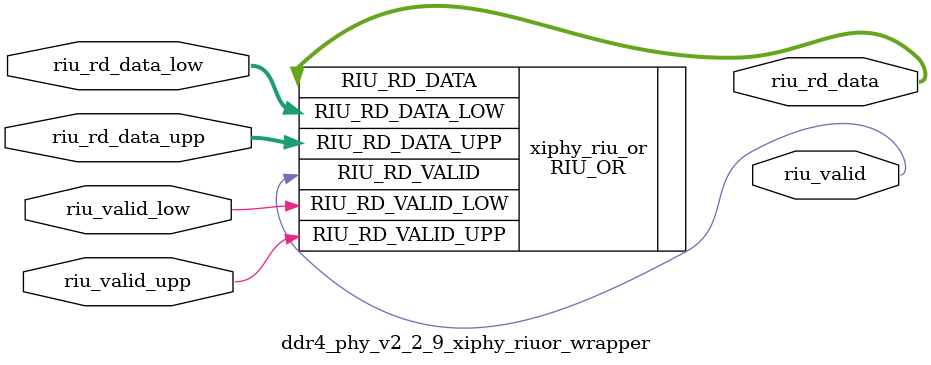
<source format=sv>

`timescale 1ps / 1ps

module ddr4_phy_v2_2_9_xiphy_riuor_wrapper # (
   parameter           SIM_DEVICE            = "ULTRASCALE"
) (
  input  [15:0]  riu_rd_data_low,    // Lower nibble RIU rd_data 
  input  [15:0]  riu_rd_data_upp,    // Upper nibble RIU rd_data 
  input          riu_valid_low,      // Lower nibble RIU riu2clb_valid 
  input          riu_valid_upp,      // Upper nibble RIU riu2clb_valid
  output [15:0]  riu_rd_data,        // ORed lower and upper RIU rd_data      
  output         riu_valid           // ORed lower and upper RIU write valid      
);

`ifdef ULTRASCALE_PHY_BLH
B_RIU_OR
`else
RIU_OR  # (
   .SIM_DEVICE   (SIM_DEVICE)
) 
`endif
  xiphy_riu_or
(
   .RIU_RD_DATA_LOW         (riu_rd_data_low),
   .RIU_RD_DATA_UPP         (riu_rd_data_upp),
   .RIU_RD_VALID_LOW        (riu_valid_low),
   .RIU_RD_VALID_UPP        (riu_valid_upp),
   .RIU_RD_DATA             (riu_rd_data),
   .RIU_RD_VALID            (riu_valid)
);

endmodule


</source>
